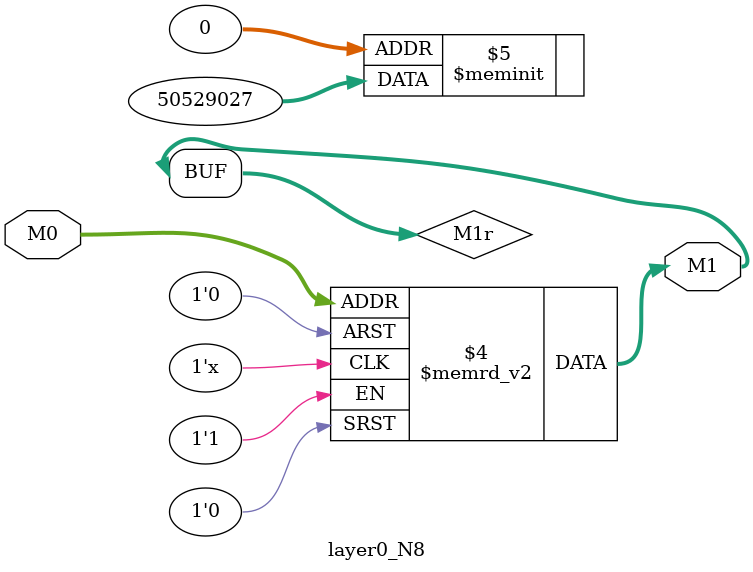
<source format=v>
module layer0_N8 ( input [3:0] M0, output [1:0] M1 );

	(*rom_style = "distributed" *) reg [1:0] M1r;
	assign M1 = M1r;
	always @ (M0) begin
		case (M0)
			4'b0000: M1r = 2'b11;
			4'b1000: M1r = 2'b11;
			4'b0100: M1r = 2'b11;
			4'b1100: M1r = 2'b11;
			4'b0010: M1r = 2'b00;
			4'b1010: M1r = 2'b00;
			4'b0110: M1r = 2'b00;
			4'b1110: M1r = 2'b00;
			4'b0001: M1r = 2'b00;
			4'b1001: M1r = 2'b00;
			4'b0101: M1r = 2'b00;
			4'b1101: M1r = 2'b00;
			4'b0011: M1r = 2'b00;
			4'b1011: M1r = 2'b00;
			4'b0111: M1r = 2'b00;
			4'b1111: M1r = 2'b00;

		endcase
	end
endmodule

</source>
